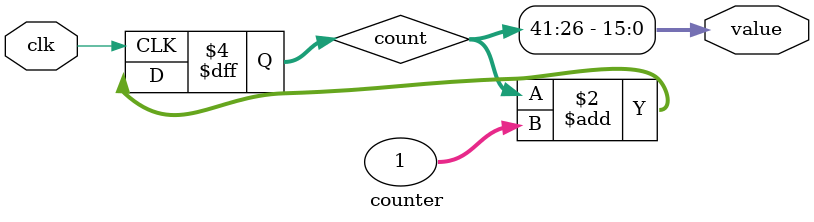
<source format=sv>
`timescale 1ns / 1ps

`default_nettype none
module counter (
input wire clk,
output wire [15:0] value
    );
    logic [64:0] count = 0;
    
    always @(posedge clk) begin
    count <= count + 1;
    end
    
    assign value = count[41:26];
    
endmodule
</source>
